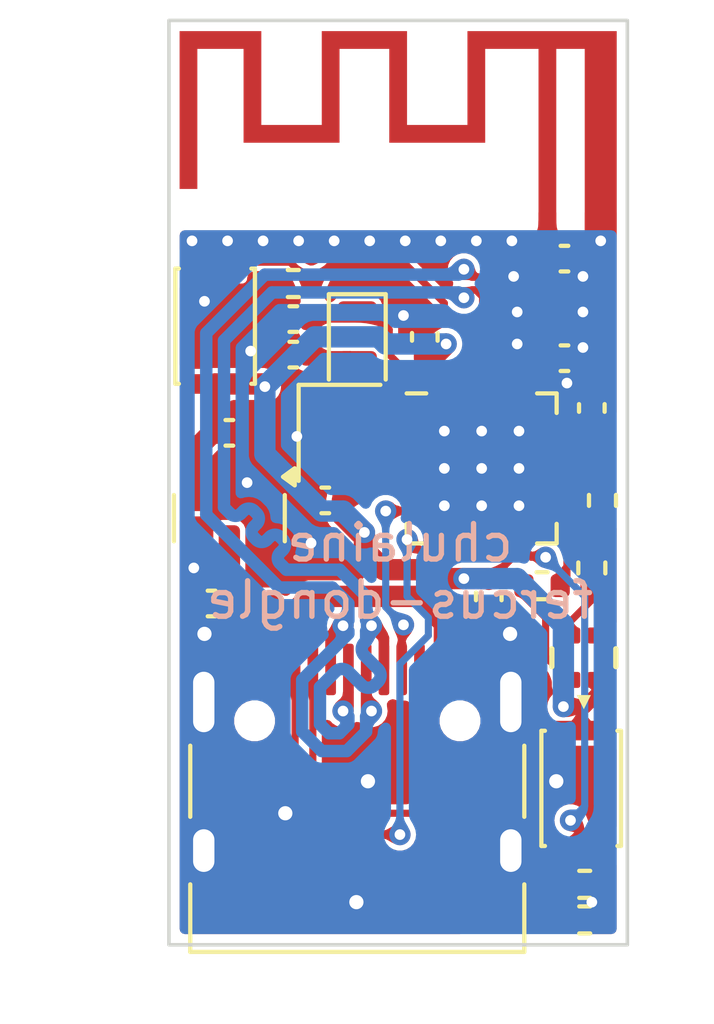
<source format=kicad_pcb>
(kicad_pcb (version 20240108) (generator "pcbnew") (generator_version "8.0")
  (layers (0 "F.Cu" signal) (31 "B.Cu" signal) (34 "B.Paste" user) (35 "F.Paste" user) (36 "B.SilkS" user "B.Silkscreen") (37 "F.SilkS" user "F.Silkscreen") (38 "B.Mask" user) (39 "F.Mask" user) (44 "Edge.Cuts" user))
  (net 0 "")
  (net 1 "ANT")
  (net 2 "OCSIN")
  (net 3 "OCSOUT")
  (net 6 "GND")
  (net 7 "/VINTA")
  (net 8 "BOOT0")
  (net 9 "Net-(AE1-A)")
  (net 10 "OCS32IN")
  (net 15 "+5V")
  (net 16 "+3.3V")
  (net 19 "OCS32OUT")
  (net 20 "usb1_P")
  (net 21 "usb1_N")
  (net 22 "usb2_P")
  (net 23 "usb2_N")
  (net 24 "fn1")
  (net 25 "USART2_TX")
  (net 26 "USART2_RX")
  (net 27 "Net-(J2-CC1)")
  (net 28 "Net-(J2-CC2)")
  (net 29 "LED_R")
  (net 30 "LED_G")
  (net 31 "LED_B")
  (net 32 "Net-(D1-RK)")
  (net 33 "Net-(D1-GK)")
  (net 34 "Net-(D1-BK)")
  (footprint "Resistor_SMD:R_0402_1005Metric" (layer "F.Cu") (at 111.7 74.3 180)
    (property "Reference" "R3" (hide yes))
    (property "Value" "5.1kR")
    (fp_line (start -0.153641 0.38) (end 0.153641 0.38) (stroke (width 0.12)) (layer "F.SilkS"))
    (fp_line (start -0.153641 -0.38) (end 0.153641 -0.38) (stroke (width 0.12)) (layer "F.SilkS"))
    (pad "1" smd roundrect (at -0.51 0 180) (size 0.54 0.64) (layers "F.Cu" "F.Paste" "F.Mask") (net 6 "GND"))
    (pad "2" smd roundrect (at 0.51 0 180) (size 0.54 0.64) (layers "F.Cu" "F.Paste" "F.Mask") (net 28 "Net-(J2-CC2)"))
  )
  (footprint "Button_Switch_SMD:SW_SPST_CK_KXT3" (layer "F.Cu") (at 101.3 58.6 90)
    (property "Reference" "SW1" (hide yes))
    (property "Value" "SW_Push")
    (fp_line (start 1.62 -1.12) (end 1.62 -1.02) (stroke (width 0.12)) (layer "F.SilkS"))
    (fp_line (start -1.62 -1.12) (end 1.62 -1.12) (stroke (width 0.12)) (layer "F.SilkS"))
    (fp_line (start -1.62 -1.12) (end -1.62 -1.02) (stroke (width 0.12)) (layer "F.SilkS"))
    (fp_line (start 1.62 1.02) (end 1.62 1.12) (stroke (width 0.12)) (layer "F.SilkS"))
    (fp_line (start -1.62 1.02) (end -1.62 1.12) (stroke (width 0.12)) (layer "F.SilkS"))
    (fp_line (start -1.62 1.12) (end 1.62 1.12) (stroke (width 0.12)) (layer "F.SilkS"))
    (pad "1" smd rect (at -1.625 0 90) (size 0.55 1.5) (layers "F.Cu" "F.Paste" "F.Mask") (net 16 "+3.3V"))
    (pad "2" smd rect (at 1.625 0 90) (size 0.55 1.5) (layers "F.Cu" "F.Paste" "F.Mask") (net 8 "BOOT0"))
  )
  (footprint "chulaine:KTR-B1615RGBC+" (layer "F.Cu") (at 111.675 67.925 -90)
    (property "Reference" "D1" (hide yes))
    (property "Value" "LED_RGAB")
    (fp_line (start 0.25 0.9) (end -0.25 0.9) (stroke (width 0.15)) (layer "F.SilkS"))
    (fp_line (start 0.25 -0.9) (end -0.25 -0.9) (stroke (width 0.15)) (layer "F.SilkS"))
    (fp_poly (pts (xy 1.45 0) (xy 1.05 -0.2) (xy 1.05 0.2)) (fill solid) (layer "F.SilkS"))
    (pad "1" smd roundrect (at 0.625 0.425 90) (size 0.45 0.65) (layers "F.Cu" "F.Paste" "F.Mask") (roundrect_rratio 0.15) (net 32 "Net-(D1-RK)"))
    (pad "2" smd roundrect (at -0.625 0.425 90) (size 0.45 0.65) (layers "F.Cu" "F.Paste" "F.Mask") (roundrect_rratio 0.15) (net 33 "Net-(D1-GK)"))
    (pad "3" smd roundrect (at 0.625 -0.425 90) (size 0.45 0.65) (layers "F.Cu" "F.Paste" "F.Mask") (roundrect_rratio 0.15) (net 16 "+3.3V"))
    (pad "4" smd roundrect (at -0.625 -0.425 90) (size 0.45 0.65) (layers "F.Cu" "F.Paste" "F.Mask") (roundrect_rratio 0.15) (net 34 "Net-(D1-BK)"))
  )
  (footprint "Capacitor_SMD:C_0402_1005Metric" (layer "F.Cu") (at 101.2 66.4 180)
    (property "Reference" "C9" (hide yes))
    (property "Value" "1uF")
    (fp_line (start -0.107836 0.36) (end 0.107836 0.36) (stroke (width 0.12)) (layer "F.SilkS"))
    (fp_line (start -0.107836 -0.36) (end 0.107836 -0.36) (stroke (width 0.12)) (layer "F.SilkS"))
    (pad "1" smd roundrect (at -0.48 0 180) (size 0.56 0.62) (layers "F.Cu" "F.Paste" "F.Mask") (net 15 "+5V"))
    (pad "2" smd roundrect (at 0.48 0 180) (size 0.56 0.62) (layers "F.Cu" "F.Paste" "F.Mask") (net 6 "GND"))
  )
  (footprint "chulaine:Crystal_SMD_2012-2Pin_2.0x1.2mm" (layer "F.Cu") (at 105.3 58.9 -90)
    (property "Reference" "Y2" (hide yes))
    (property "Value" "32.768kHz")
    (fp_line (start -1.2 0.8) (end 1.2 0.8) (stroke (width 0.12)) (layer "F.SilkS"))
    (fp_line (start -1.2 -0.8) (end -1.2 0.8) (stroke (width 0.12)) (layer "F.SilkS"))
    (fp_line (start 1.2 -0.8) (end -1.2 -0.8) (stroke (width 0.12)) (layer "F.SilkS"))
    (pad "1" smd roundrect (at -0.7 0 270) (size 0.6 1.1) (layers "F.Cu" "F.Paste" "F.Mask") (net 10 "OCS32IN"))
    (pad "2" smd roundrect (at 0.7 0 270) (size 0.6 1.1) (layers "F.Cu" "F.Paste" "F.Mask") (net 19 "OCS32OUT"))
  )
  (footprint "Capacitor_SMD:C_0402_1005Metric" (layer "F.Cu") (at 101.7 61.6)
    (property "Reference" "C10" (hide yes))
    (property "Value" "1uF")
    (fp_line (start -0.107836 -0.36) (end 0.107836 -0.36) (stroke (width 0.12)) (layer "F.SilkS"))
    (fp_line (start -0.107836 0.36) (end 0.107836 0.36) (stroke (width 0.12)) (layer "F.SilkS"))
    (pad "1" smd roundrect (at -0.48 0) (size 0.56 0.62) (layers "F.Cu" "F.Paste" "F.Mask") (net 16 "+3.3V"))
    (pad "2" smd roundrect (at 0.48 0) (size 0.56 0.62) (layers "F.Cu" "F.Paste" "F.Mask") (net 6 "GND"))
  )
  (footprint "Resistor_SMD:R_0402_1005Metric" (layer "F.Cu") (at 103.5 57.4 180)
    (property "Reference" "R1" (hide yes))
    (property "Value" "10kR")
    (fp_line (start -0.153641 0.38) (end 0.153641 0.38) (stroke (width 0.12)) (layer "F.SilkS"))
    (fp_line (start -0.153641 -0.38) (end 0.153641 -0.38) (stroke (width 0.12)) (layer "F.SilkS"))
    (pad "1" smd roundrect (at -0.51 0 180) (size 0.54 0.64) (layers "F.Cu" "F.Paste" "F.Mask") (net 8 "BOOT0"))
    (pad "2" smd roundrect (at 0.51 0 180) (size 0.54 0.64) (layers "F.Cu" "F.Paste" "F.Mask") (net 6 "GND"))
  )
  (footprint "wch-ant:WCH_MIFA-1_2.4GHz_1.6mm_FR4_Left_Mask" (layer "F.Cu") (at 110.65 55.9)
    (property "Reference" "AE1" (hide yes))
    (property "Value" "Antenna_Shield")
    (fp_poly (pts (xy -8.05 -2.96) (xy -6.35 -2.96) (xy -6.35 -5.6) (xy -3.95 -5.6) (xy -3.95 -2.96) (xy -2.25 -2.96) (xy -2.25 -5.6) (xy 1.95 -5.6) (xy 1.95 0) (xy 1.05 0) (xy 1.05 -5.1) (xy 0.25 -5.1) (xy 0.25 0) (xy -0.25 0) (xy -0.25 -5.1) (xy -1.75 -5.1) (xy -1.75 -2.46) (xy -4.45 -2.46) (xy -4.45 -5.1) (xy -5.85 -5.1) (xy -5.85 -2.46) (xy -8.55 -2.46) (xy -8.55 -5.1) (xy -9.85 -5.1) (xy -9.85 -1.16) (xy -10.35 -1.16) (xy -10.35 -5.6) (xy -8.05 -5.6)) (fill solid) (layer "F.Cu"))
    (pad "1" smd rect (at 0 -0.25) (size 0.5 0.5) (layers "F.Cu") (net 9 "Net-(AE1-A)"))
    (pad "2" smd rect (at 1.5 -0.25) (size 0.9 0.5) (layers "F.Cu") (net 6 "GND"))
  )
  (footprint "Package_TO_SOT_SMD:SOT-23" (layer "F.Cu") (at 101.7 64 -90)
    (property "Reference" "U2" (hide yes))
    (property "Value" "XC6206P332MR")
    (fp_line (start 0 1.56) (end -0.65 1.56) (stroke (width 0.12)) (layer "F.SilkS"))
    (fp_line (start 0 1.56) (end 0.65 1.56) (stroke (width 0.12)) (layer "F.SilkS"))
    (fp_line (start 0 -1.56) (end -0.65 -1.56) (stroke (width 0.12)) (layer "F.SilkS"))
    (fp_line (start 0 -1.56) (end 0.65 -1.56) (stroke (width 0.12)) (layer "F.SilkS"))
    (fp_poly (pts (xy -1.1625 -1.51) (xy -1.4025 -1.84) (xy -0.9225 -1.84) (xy -1.1625 -1.51)) (stroke (width 0.12)) (fill solid) (layer "F.SilkS"))
    (pad "1" smd roundrect (at -0.9375 -0.95 270) (size 1.475 0.6) (layers "F.Cu" "F.Paste" "F.Mask") (net 6 "GND"))
    (pad "2" smd roundrect (at -0.9375 0.95 270) (size 1.475 0.6) (layers "F.Cu" "F.Paste" "F.Mask") (net 16 "+3.3V"))
    (pad "3" smd roundrect (at 0.9375 0 270) (size 1.475 0.6) (layers "F.Cu" "F.Paste" "F.Mask") (net 15 "+5V"))
  )
  (footprint "Resistor_SMD:R_0402_1005Metric" (layer "F.Cu") (at 111.9 65.4 90)
    (property "Reference" "R5" (hide yes))
    (property "Value" "1kR")
    (fp_line (start -0.153641 -0.38) (end 0.153641 -0.38) (stroke (width 0.12)) (layer "F.SilkS"))
    (fp_line (start -0.153641 0.38) (end 0.153641 0.38) (stroke (width 0.12)) (layer "F.SilkS"))
    (pad "1" smd roundrect (at -0.51 0 90) (size 0.54 0.64) (layers "F.Cu" "F.Paste" "F.Mask") (net 33 "Net-(D1-GK)"))
    (pad "2" smd roundrect (at 0.51 0 90) (size 0.54 0.64) (layers "F.Cu" "F.Paste" "F.Mask") (net 30 "LED_G"))
  )
  (footprint "Capacitor_SMD:C_0402_1005Metric" (layer "F.Cu") (at 103.5 59.4 180)
    (property "Reference" "C6" (hide yes))
    (property "Value" "12pF")
    (fp_line (start -0.107836 0.36) (end 0.107836 0.36) (stroke (width 0.12)) (layer "F.SilkS"))
    (fp_line (start -0.107836 -0.36) (end 0.107836 -0.36) (stroke (width 0.12)) (layer "F.SilkS"))
    (pad "1" smd roundrect (at -0.48 0 180) (size 0.56 0.62) (layers "F.Cu" "F.Paste" "F.Mask") (net 19 "OCS32OUT"))
    (pad "2" smd roundrect (at 0.48 0 180) (size 0.56 0.62) (layers "F.Cu" "F.Paste" "F.Mask") (net 6 "GND"))
  )
  (footprint "Capacitor_SMD:C_0402_1005Metric" (layer "F.Cu") (at 104.4 63.5 180)
    (property "Reference" "C1" (hide yes))
    (property "Value" "100nF")
    (fp_line (start -0.107836 0.36) (end 0.107836 0.36) (stroke (width 0.12)) (layer "F.SilkS"))
    (fp_line (start -0.107836 -0.36) (end 0.107836 -0.36) (stroke (width 0.12)) (layer "F.SilkS"))
    (pad "1" smd roundrect (at -0.48 0 180) (size 0.56 0.62) (layers "F.Cu" "F.Paste" "F.Mask") (net 16 "+3.3V"))
    (pad "2" smd roundrect (at 0.48 0 180) (size 0.56 0.62) (layers "F.Cu" "F.Paste" "F.Mask") (net 6 "GND"))
  )
  (footprint "Capacitor_SMD:C_0402_1005Metric" (layer "F.Cu") (at 111.13 56.7)
    (property "Reference" "C8" (hide yes))
    (property "Value" "1.8pF")
    (fp_line (start -0.107836 -0.36) (end 0.107836 -0.36) (stroke (width 0.12)) (layer "F.SilkS"))
    (fp_line (start -0.107836 0.36) (end 0.107836 0.36) (stroke (width 0.12)) (layer "F.SilkS"))
    (pad "1" smd roundrect (at -0.48 0) (size 0.56 0.62) (layers "F.Cu" "F.Paste" "F.Mask") (net 9 "Net-(AE1-A)"))
    (pad "2" smd roundrect (at 0.48 0) (size 0.56 0.62) (layers "F.Cu" "F.Paste" "F.Mask") (net 6 "GND"))
  )
  (footprint "Capacitor_SMD:C_0402_1005Metric" (layer "F.Cu") (at 109 66.2 -90)
    (property "Reference" "C2" (hide yes))
    (property "Value" "100nF")
    (fp_line (start -0.107836 0.36) (end 0.107836 0.36) (stroke (width 0.12)) (layer "F.SilkS"))
    (fp_line (start -0.107836 -0.36) (end 0.107836 -0.36) (stroke (width 0.12)) (layer "F.SilkS"))
    (pad "1" smd roundrect (at -0.48 0 270) (size 0.56 0.62) (layers "F.Cu" "F.Paste" "F.Mask") (net 16 "+3.3V"))
    (pad "2" smd roundrect (at 0.48 0 270) (size 0.56 0.62) (layers "F.Cu" "F.Paste" "F.Mask") (net 6 "GND"))
  )
  (footprint "Inductor_SMD:L_0402_1005Metric" (layer "F.Cu") (at 110.65 58.1 90)
    (property "Reference" "L1" (hide yes))
    (property "Value" "1.8nH")
    (pad "1" smd roundrect (at -0.485 0 90) (size 0.59 0.64) (layers "F.Cu" "F.Paste" "F.Mask") (net 1 "ANT"))
    (pad "2" smd roundrect (at 0.485 0 90) (size 0.59 0.64) (layers "F.Cu" "F.Paste" "F.Mask") (net 9 "Net-(AE1-A)"))
  )
  (footprint "Capacitor_SMD:C_0402_1005Metric" (layer "F.Cu") (at 107.2 58.9 90)
    (property "Reference" "C3" (hide yes))
    (property "Value" "100nF")
    (fp_line (start -0.107836 -0.36) (end 0.107836 -0.36) (stroke (width 0.12)) (layer "F.SilkS"))
    (fp_line (start -0.107836 0.36) (end 0.107836 0.36) (stroke (width 0.12)) (layer "F.SilkS"))
    (pad "1" smd roundrect (at -0.48 0 90) (size 0.56 0.62) (layers "F.Cu" "F.Paste" "F.Mask") (net 16 "+3.3V"))
    (pad "2" smd roundrect (at 0.48 0 90) (size 0.56 0.62) (layers "F.Cu" "F.Paste" "F.Mask") (net 6 "GND"))
  )
  (footprint "Capacitor_SMD:C_0402_1005Metric" (layer "F.Cu") (at 111.13 59.5)
    (property "Reference" "C7" (hide yes))
    (property "Value" "1.8pF")
    (fp_line (start -0.107836 -0.36) (end 0.107836 -0.36) (stroke (width 0.12)) (layer "F.SilkS"))
    (fp_line (start -0.107836 0.36) (end 0.107836 0.36) (stroke (width 0.12)) (layer "F.SilkS"))
    (pad "1" smd roundrect (at -0.48 0) (size 0.56 0.62) (layers "F.Cu" "F.Paste" "F.Mask") (net 1 "ANT"))
    (pad "2" smd roundrect (at 0.48 0) (size 0.56 0.62) (layers "F.Cu" "F.Paste" "F.Mask") (net 6 "GND"))
  )
  (footprint "Resistor_SMD:R_0402_1005Metric" (layer "F.Cu") (at 112.2 63.5 90)
    (property "Reference" "R6" (hide yes))
    (property "Value" "1kR")
    (fp_line (start -0.153641 -0.38) (end 0.153641 -0.38) (stroke (width 0.12)) (layer "F.SilkS"))
    (fp_line (start -0.153641 0.38) (end 0.153641 0.38) (stroke (width 0.12)) (layer "F.SilkS"))
    (pad "1" smd roundrect (at -0.51 0 90) (size 0.54 0.64) (layers "F.Cu" "F.Paste" "F.Mask") (net 34 "Net-(D1-BK)"))
    (pad "2" smd roundrect (at 0.51 0 90) (size 0.54 0.64) (layers "F.Cu" "F.Paste" "F.Mask") (net 31 "LED_B"))
  )
  (footprint "Button_Switch_SMD:SW_SPST_CK_KXT3" (layer "F.Cu") (at 111.6 71.6 -90)
    (property "Reference" "SW2" (hide yes))
    (property "Value" "SW_Push")
    (fp_line (start -1.62 1.12) (end 1.62 1.12) (stroke (width 0.12)) (layer "F.SilkS"))
    (fp_line (start -1.62 1.02) (end -1.62 1.12) (stroke (width 0.12)) (layer "F.SilkS"))
    (fp_line (start 1.62 1.02) (end 1.62 1.12) (stroke (width 0.12)) (layer "F.SilkS"))
    (fp_line (start -1.62 -1.12) (end -1.62 -1.02) (stroke (width 0.12)) (layer "F.SilkS"))
    (fp_line (start -1.62 -1.12) (end 1.62 -1.12) (stroke (width 0.12)) (layer "F.SilkS"))
    (fp_line (start 1.62 -1.12) (end 1.62 -1.02) (stroke (width 0.12)) (layer "F.SilkS"))
    (pad "1" smd rect (at -1.625 0 270) (size 0.55 1.5) (layers "F.Cu" "F.Paste" "F.Mask") (net 16 "+3.3V"))
    (pad "2" smd rect (at 1.625 0 270) (size 0.55 1.5) (layers "F.Cu" "F.Paste" "F.Mask") (net 24 "fn1"))
  )
  (footprint "chulaine:QFN-28-1EP_4x4mm_P0.4mm_EP2.6x2.6mm_ThermalVias_Drill0.3mm" (layer "F.Cu") (at 108.8 62.6)
    (property "Reference" "U1" (hide yes))
    (property "Value" "CH32V208GBU6")
    (fp_line (start -2.11 2.11) (end -2.11 1.56) (stroke (width 0.12)) (layer "F.SilkS"))
    (fp_line (start -1.56 -2.11) (end -2.11 -2.11) (stroke (width 0.12)) (layer "F.SilkS"))
    (fp_line (start -1.56 2.11) (end -2.11 2.11) (stroke (width 0.12)) (layer "F.SilkS"))
    (fp_line (start 1.56 -2.11) (end 2.11 -2.11) (stroke (width 0.12)) (layer "F.SilkS"))
    (fp_line (start 1.56 2.11) (end 2.11 2.11) (stroke (width 0.12)) (layer "F.SilkS"))
    (fp_line (start 2.11 -2.11) (end 2.11 -1.56) (stroke (width 0.12)) (layer "F.SilkS"))
    (fp_line (start 2.11 2.11) (end 2.11 1.56) (stroke (width 0.12)) (layer "F.SilkS"))
    (pad "1" smd roundrect (at -1.9375 -1.2) (size 0.875 0.2) (layers "F.Cu" "F.Paste" "F.Mask") (net 19 "OCS32OUT"))
    (pad "2" smd roundrect (at -1.9375 -0.8) (size 0.875 0.2) (layers "F.Cu" "F.Paste" "F.Mask") (net 2 "OCSIN"))
    (pad "3" smd roundrect (at -1.9375 -0.4) (size 0.875 0.2) (layers "F.Cu" "F.Paste" "F.Mask") (net 3 "OCSOUT"))
    (pad "4" smd roundrect (at -1.9375 0) (size 0.875 0.2) (layers "F.Cu" "F.Paste" "F.Mask") (net 16 "+3.3V"))
    (pad "5" smd roundrect (at -1.9375 0.4) (size 0.875 0.2) (layers "F.Cu" "F.Paste" "F.Mask"))
    (pad "6" smd roundrect (at -1.9375 0.8) (size 0.875 0.2) (layers "F.Cu" "F.Paste" "F.Mask"))
    (pad "7" smd roundrect (at -1.9375 1.2) (size 0.875 0.2) (layers "F.Cu" "F.Paste" "F.Mask") (net 25 "USART2_TX"))
    (pad "8" smd roundrect (at -1.2 1.9375) (size 0.2 0.875) (layers "F.Cu" "F.Paste" "F.Mask") (net 26 "USART2_RX"))
    (pad "9" smd roundrect (at -0.8 1.9375) (size 0.2 0.875) (layers "F.Cu" "F.Paste" "F.Mask"))
    (pad "10" smd roundrect (at -0.4 1.9375) (size 0.2 0.875) (layers "F.Cu" "F.Paste" "F.Mask"))
    (pad "11" smd roundrect (at 0 1.9375) (size 0.2 0.875) (layers "F.Cu" "F.Paste" "F.Mask"))
    (pad "12" smd roundrect (at 0.4 1.9375) (size 0.2 0.875) (layers "F.Cu" "F.Paste" "F.Mask"))
    (pad "13" smd roundrect (at 0.8 1.9375) (size 0.2 0.875) (layers "F.Cu" "F.Paste" "F.Mask") (net 16 "+3.3V"))
    (pad "14" smd roundrect (at 1.2 1.9375) (size 0.2 0.875) (layers "F.Cu" "F.Paste" "F.Mask") (net 24 "fn1"))
    (pad "15" smd roundrect (at 1.9375 1.2) (size 0.875 0.2) (layers "F.Cu" "F.Paste" "F.Mask") (net 29 "LED_R"))
    (pad "16" smd roundrect (at 1.9375 0.8) (size 0.875 0.2) (layers "F.Cu" "F.Paste" "F.Mask") (net 30 "LED_G"))
    (pad "17" smd roundrect (at 1.9375 0.4) (size 0.875 0.2) (layers "F.Cu" "F.Paste" "F.Mask") (net 31 "LED_B"))
    (pad "18" smd roundrect (at 1.9375 0) (size 0.875 0.2) (layers "F.Cu" "F.Paste" "F.Mask") (net 21 "usb1_N"))
    (pad "19" smd roundrect (at 1.9375 -0.4) (size 0.875 0.2) (layers "F.Cu" "F.Paste" "F.Mask") (net 20 "usb1_P"))
    (pad "20" smd roundrect (at 1.9375 -0.8) (size 0.875 0.2) (layers "F.Cu" "F.Paste" "F.Mask"))
    (pad "21" smd roundrect (at 1.9375 -1.2) (size 0.875 0.2) (layers "F.Cu" "F.Paste" "F.Mask") (net 7 "/VINTA"))
    (pad "22" smd roundrect (at 1.2 -1.9375) (size 0.2 0.875) (layers "F.Cu" "F.Paste" "F.Mask") (net 1 "ANT"))
    (pad "23" smd roundrect (at 0.8 -1.9375) (size 0.2 0.875) (layers "F.Cu" "F.Paste" "F.Mask"))
    (pad "24" smd roundrect (at 0.4 -1.9375) (size 0.2 0.875) (layers "F.Cu" "F.Paste" "F.Mask") (net 23 "usb2_N"))
    (pad "25" smd roundrect (at 0 -1.9375) (size 0.2 0.875) (layers "F.Cu" "F.Paste" "F.Mask") (net 22 "usb2_P"))
    (pad "26" smd roundrect (at -0.4 -1.9375) (size 0.2 0.875) (layers "F.Cu" "F.Paste" "F.Mask") (net 8 "BOOT0"))
    (pad "27" smd roundrect (at -0.8 -1.9375) (size 0.2 0.875) (layers "F.Cu" "F.Paste" "F.Mask") (net 16 "+3.3V"))
    (pad "28" smd roundrect (at -1.2 -1.9375) (size 0.2 0.875) (layers "F.Cu" "F.Paste" "F.Mask") (net 10 "OCS32IN"))
    (pad "29" thru_hole circle (at -1.05 -1.05) (size 0.5 0.5) (drill 0.3) (layers "*.Cu") (net 6 "GND"))
    (pad "29" thru_hole circle (at -1.05 0) (size 0.5 0.5) (drill 0.3) (layers "*.Cu") (net 6 "GND"))
    (pad "29" thru_hole circle (at -1.05 1.05) (size 0.5 0.5) (drill 0.3) (layers "*.Cu") (net 6 "GND"))
    (pad "29" thru_hole circle (at 0 -1.05) (size 0.5 0.5) (drill 0.3) (layers "*.Cu") (net 6 "GND"))
    (pad "29" thru_hole circle (at 0 0) (size 0.5 0.5) (drill 0.3) (layers "*.Cu") (net 6 "GND"))
    (pad "29" smd roundrect (at 0 0) (size 2.6 2.6) (layers "F.Cu" "F.Mask") (roundrect_rratio 0.05769230769) (net 6 "GND"))
    (pad "29" smd roundrect (at 0 0) (size 2.6 2.6) (layers "B.Cu") (roundrect_rratio 0.05769230769) (net 6 "GND"))
    (pad "29" thru_hole circle (at 0 1.05) (size 0.5 0.5) (drill 0.3) (layers "*.Cu") (net 6 "GND"))
    (pad "29" thru_hole circle (at 1.05 -1.05) (size 0.5 0.5) (drill 0.3) (layers "*.Cu") (net 6 "GND"))
    (pad "29" thru_hole circle (at 1.05 0) (size 0.5 0.5) (drill 0.3) (layers "*.Cu") (net 6 "GND"))
    (pad "29" thru_hole circle (at 1.05 1.05) (size 0.5 0.5) (drill 0.3) (layers "*.Cu") (net 6 "GND"))
  )
  (footprint "Resistor_SMD:R_0402_1005Metric" (layer "F.Cu") (at 111.7 75.3 180)
    (property "Reference" "R2" (hide yes))
    (property "Value" "5.1kR")
    (fp_line (start -0.153641 0.38) (end 0.153641 0.38) (stroke (width 0.12)) (layer "F.SilkS"))
    (fp_line (start -0.153641 -0.38) (end 0.153641 -0.38) (stroke (width 0.12)) (layer "F.SilkS"))
    (pad "1" smd roundrect (at -0.51 0 180) (size 0.54 0.64) (layers "F.Cu" "F.Paste" "F.Mask") (net 6 "GND"))
    (pad "2" smd roundrect (at 0.51 0 180) (size 0.54 0.64) (layers "F.Cu" "F.Paste" "F.Mask") (net 27 "Net-(J2-CC1)"))
  )
  (footprint "Resistor_SMD:R_0402_1005Metric" (layer "F.Cu") (at 110.5 65.9)
    (property "Reference" "R4" (hide yes))
    (property "Value" "1kR")
    (fp_line (start -0.153641 -0.38) (end 0.153641 -0.38) (stroke (width 0.12)) (layer "F.SilkS"))
    (fp_line (start -0.153641 0.38) (end 0.153641 0.38) (stroke (width 0.12)) (layer "F.SilkS"))
    (pad "1" smd roundrect (at -0.51 0) (size 0.54 0.64) (layers "F.Cu" "F.Paste" "F.Mask") (net 32 "Net-(D1-RK)"))
    (pad "2" smd roundrect (at 0.51 0) (size 0.54 0.64) (layers "F.Cu" "F.Paste" "F.Mask") (net 29 "LED_R"))
  )
  (footprint "chulaine:Crystal_SMD_2016-4Pin_2.0x1.6mm" (layer "F.Cu") (at 104.8 61.6 -90)
    (property "Reference" "Y1" (hide yes))
    (property "Value" "32MHz")
    (fp_line (start -1.35 1.15) (end 1.35 1.15) (stroke (width 0.12)) (layer "F.SilkS"))
    (fp_line (start -1.35 -1.15) (end -1.35 1.15) (stroke (width 0.12)) (layer "F.SilkS"))
    (pad "1" smd roundrect (at -0.7 0.55 270) (size 0.9 0.8) (layers "F.Cu" "F.Paste" "F.Mask") (net 2 "OCSIN"))
    (pad "2" smd roundrect (at 0.7 0.55 270) (size 0.9 0.8) (layers "F.Cu" "F.Paste" "F.Mask") (net 6 "GND"))
    (pad "3" smd roundrect (at 0.7 -0.55 270) (size 0.9 0.8) (layers "F.Cu" "F.Paste" "F.Mask") (net 3 "OCSOUT"))
    (pad "4" smd roundrect (at -0.7 -0.55 270) (size 0.9 0.8) (layers "F.Cu" "F.Paste" "F.Mask") (net 6 "GND"))
  )
  (footprint "Capacitor_SMD:C_0402_1005Metric" (layer "F.Cu") (at 111.9 60.9 90)
    (property "Reference" "C4" (hide yes))
    (property "Value" "1uF")
    (fp_line (start -0.107836 -0.36) (end 0.107836 -0.36) (stroke (width 0.12)) (layer "F.SilkS"))
    (fp_line (start -0.107836 0.36) (end 0.107836 0.36) (stroke (width 0.12)) (layer "F.SilkS"))
    (pad "1" smd roundrect (at -0.48 0 90) (size 0.56 0.62) (layers "F.Cu" "F.Paste" "F.Mask") (net 7 "/VINTA"))
    (pad "2" smd roundrect (at 0.48 0 90) (size 0.56 0.62) (layers "F.Cu" "F.Paste" "F.Mask") (net 6 "GND"))
  )
  (footprint "chulaine:USB_C_Receptacle_HRO_TYPE-C-31-M-12" (layer "F.Cu") (at 105.3 72.3)
    (property "Reference" "J2" (hide yes))
    (property "Value" "USB_C_Receptacle_USB2.0")
    (fp_line (start -4.7 -1.9) (end -4.7 0.1) (stroke (width 0.12)) (layer "F.SilkS"))
    (fp_line (start -4.7 2) (end -4.7 3.9) (stroke (width 0.12)) (layer "F.SilkS"))
    (fp_line (start -4.7 3.9) (end 4.7 3.9) (stroke (width 0.12)) (layer "F.SilkS"))
    (fp_line (start 4.7 -1.9) (end 4.7 0.1) (stroke (width 0.12)) (layer "F.SilkS"))
    (fp_line (start 4.7 2) (end 4.7 3.9) (stroke (width 0.12)) (layer "F.SilkS"))
    (pad "" np_thru_hole circle (at -2.89 -2.6) (size 0.65 0.65) (drill 0.65) (layers "*.Cu" "*.Mask"))
    (pad "" np_thru_hole circle (at 2.89 -2.6) (size 0.65 0.65) (drill 0.65) (layers "*.Cu" "*.Mask"))
    (pad "A1" smd roundrect (at -3.25 -4.045) (size 0.6 1.45) (layers "F.Cu" "F.Paste" "F.Mask") (net 6 "GND"))
    (pad "A4" smd roundrect (at -2.45 -4.045) (size 0.6 1.45) (layers "F.Cu" "F.Paste" "F.Mask") (net 15 "+5V"))
    (pad "A5" smd roundrect (at -1.25 -4.045) (size 0.3 1.45) (layers "F.Cu" "F.Paste" "F.Mask") (net 27 "Net-(J2-CC1)"))
    (pad "A6" smd roundrect (at -0.25 -4.045) (size 0.3 1.45) (layers "F.Cu" "F.Paste" "F.Mask") (net 22 "usb2_P"))
    (pad "A7" smd roundrect (at 0.25 -4.045) (size 0.3 1.45) (layers "F.Cu" "F.Paste" "F.Mask") (net 23 "usb2_N"))
    (pad "A8" smd roundrect (at 1.25 -4.045) (size 0.3 1.45) (layers "F.Cu" "F.Paste" "F.Mask") (net 25 "USART2_TX"))
    (pad "A9" smd roundrect (at 2.45 -4.045) (size 0.6 1.45) (layers "F.Cu" "F.Paste" "F.Mask") (net 15 "+5V"))
    (pad "A12" smd roundrect (at 3.25 -4.045) (size 0.6 1.45) (layers "F.Cu" "F.Paste" "F.Mask") (net 6 "GND"))
    (pad "B1" smd roundrect (at 3.25 -4.045) (size 0.6 1.45) (layers "F.Cu" "F.Paste" "F.Mask") (net 6 "GND"))
    (pad "B4" smd roundrect (at 2.45 -4.045) (size 0.6 1.45) (layers "F.Cu" "F.Paste" "F.Mask") (net 15 "+5V"))
    (pad "B5" smd roundrect (at 1.75 -4.045) (size 0.3 1.45) (layers "F.Cu" "F.Paste" "F.Mask") (net 28 "Net-(J2-CC2)"))
    (pad "B6" smd roundrect (at 0.75 -4.045) (size 0.3 1.45) (layers "F.Cu" "F.Paste" "F.Mask") (net 22 "usb2_P"))
    (pad "B7" smd roundrect (at -0.75 -4.045) (size 0.3 1.45) (layers "F.Cu" "F.Paste" "F.Mask") (net 23 "usb2_N"))
    (pad "B8" smd roundrect (at -1.75 -4.045) (size 0.3 1.45) (layers "F.Cu" "F.Paste" "F.Mask") (net 26 "USART2_RX"))
    (pad "B9" smd roundrect (at -2.45 -4.045) (size 0.6 1.45) (layers "F.Cu" "F.Paste" "F.Mask") (net 15 "+5V"))
    (pad "B12" smd roundrect (at -3.25 -4.045) (size 0.6 1.45) (layers "F.Cu" "F.Paste" "F.Mask") (net 6 "GND"))
    (pad "S1" thru_hole oval (at -4.32 -3.13) (size 1 2.1) (drill oval 0.6 1.7) (layers "*.Cu" "*.Mask") (net 6 "GND"))
    (pad "S1" thru_hole oval (at -4.32 1.05) (size 1 1.6) (drill oval 0.6 1.2) (layers "*.Cu" "*.Mask") (net 6 "GND"))
    (pad "S1" thru_hole oval (at 4.32 -3.13) (size 1 2.1) (drill oval 0.6 1.7) (layers "*.Cu" "*.Mask") (net 6 "GND"))
    (pad "S1" thru_hole oval (at 4.32 1.05) (size 1 1.6) (drill oval 0.6 1.2) (layers "*.Cu" "*.Mask") (net 6 "GND"))
  )
  (footprint "Capacitor_SMD:C_0402_1005Metric" (layer "F.Cu") (at 103.5 58.4 180)
    (property "Reference" "C5" (hide yes))
    (property "Value" "12pF")
    (fp_line (start -0.107836 0.36) (end 0.107836 0.36) (stroke (width 0.12)) (layer "F.SilkS"))
    (fp_line (start -0.107836 -0.36) (end 0.107836 -0.36) (stroke (width 0.12)) (layer "F.SilkS"))
    (pad "1" smd roundrect (at -0.48 0 180) (size 0.56 0.62) (layers "F.Cu" "F.Paste" "F.Mask") (net 10 "OCS32IN"))
    (pad "2" smd roundrect (at 0.48 0 180) (size 0.56 0.62) (layers "F.Cu" "F.Paste" "F.Mask") (net 6 "GND"))
  )
  (gr_poly (pts (xy 110.375707 59.774293) (xy 110.518506 60.121455) (xy 110.39 60.23) (xy 110.3 60.33) (xy 110.22 60.42) (xy 110.16 60.51) (xy 110.1 60.62) (xy 109.9 60.2) (xy 109.9 60.01) (xy 109.92 59.91) (xy 109.95 59.83) (xy 109.98 59.74) (xy 110.028545 59.631494)) (fill solid) (layer "F.Cu") (net 1))
  (gr_poly (pts (xy 110.913 55.812915) (xy 110.944 55.926457) (xy 110.981 56.023542) (xy 111.012 56.137084) (xy 111.025 56.3) (xy 110.65 56.301) (xy 110.275 56.3) (xy 110.288 56.137084) (xy 110.319 56.023542) (xy 110.356 55.926457) (xy 110.387 55.812915) (xy 110.4 55.65) (xy 110.9 55.65)) (fill solid) (layer "F.Cu") (net 9))
  (gr_rect (start 100 50) (end 112.9 76) (stroke (width 0.1)) (fill none) (layer "Edge.Cuts"))
  (gr_text "chulaine\nfercus-dongle" (at 106.5 65.5 0) (layer "B.SilkS") (effects (font (size 1 1)) (justify mirror)))
  (segment (start 110 60.6625) (end 110 60.15) (width 0.2) (layer "F.Cu") (net 1))
  (segment (start 110 60.15) (end 110.375 59.775) (width 0.2) (layer "F.Cu") (net 1))
  (segment (start 110.65 58.585) (end 110.65 59.5) (width 0.75) (layer "F.Cu") (net 1))
  (segment (start 110.65 59.5) (end 110.375 59.775) (width 0.75) (layer "F.Cu") (net 1))
  (segment (start 104.95 61.6) (end 104.25 60.9) (width 0.2) (layer "F.Cu") (net 2))
  (segment (start 106 61.6) (end 104.95 61.6) (width 0.2) (layer "F.Cu") (net 2))
  (segment (start 106.8625 61.8) (end 106.2 61.8) (width 0.2) (layer "F.Cu") (net 2))
  (segment (start 106.2 61.8) (end 106 61.6) (width 0.2) (layer "F.Cu") (net 2))
  (segment (start 105.45 62.2) (end 105.35 62.3) (width 0.2) (layer "F.Cu") (net 3))
  (segment (start 106.8625 62.2) (end 105.45 62.2) (width 0.2) (layer "F.Cu") (net 3))
  (segment (start 108.55 67.705) (end 109 67.255) (width 0.6) (layer "F.Cu") (net 6))
  (segment (start 101.6 67.255) (end 102.05 67.705) (width 0.6) (layer "F.Cu") (net 6))
  (segment (start 112.15 55.65) (end 112.15 56.2) (width 0.9) (layer "F.Cu") (net 6))
  (segment (start 109 67.255) (end 109.6 67.255) (width 0.6) (layer "F.Cu") (net 6))
  (segment (start 101 67.255) (end 101.6 67.255) (width 0.6) (layer "F.Cu") (net 6))
  (segment (start 102.05 67.705) (end 102.05 68.255) (width 0.6) (layer "F.Cu") (net 6))
  (segment (start 108.55 68.255) (end 108.55 67.705) (width 0.6) (layer "F.Cu") (net 6))
  (segment (start 102.65 62.07) (end 102.65 63.0625) (width 0.6) (layer "F.Cu") (net 6))
  (segment (start 102.18 61.6) (end 102.65 62.07) (width 0.6) (layer "F.Cu") (net 6))
  (via (at 110.9 71.4) (size 0.8) (drill 0.4) (layers "F.Cu" "B.Cu") (net 6))
  (via (at 102.3 59.3) (size 0.6) (drill 0.3) (layers "F.Cu" "B.Cu") (net 6))
  (via (at 109.6 67.255) (size 0.8) (drill 0.4) (layers "F.Cu" "B.Cu") (net 6))
  (via (at 111.65 58.2) (size 0.6) (drill 0.3) (layers "F.Cu" "B.Cu") (net 6))
  (via (at 104 64.7) (size 0.6) (drill 0.3) (layers "F.Cu" "B.Cu") (net 6))
  (via (at 111.65 59.2) (size 0.6) (drill 0.3) (layers "F.Cu" "B.Cu") (net 6))
  (via (at 103.6 61.7) (size 0.6) (drill 0.3) (layers "F.Cu" "B.Cu") (net 6))
  (via (at 100.7 65.4) (size 0.6) (drill 0.3) (layers "F.Cu" "B.Cu") (net 6))
  (via (at 109.8 59.1) (size 0.6) (drill 0.3) (layers "F.Cu" "B.Cu") (net 6))
  (via (at 104.65 56.2) (size 0.6) (drill 0.3) (layers "F.Cu" "B.Cu") (net 6))
  (via (at 103.275 72.3) (size 0.8) (drill 0.4) (layers "F.Cu" "B.Cu") (net 6))
  (via (at 111.9 74.8) (size 0.6) (drill 0.3) (layers "F.Cu" "B.Cu") (net 6))
  (via (at 103.65 56.2) (size 0.6) (drill 0.3) (layers "F.Cu" "B.Cu") (net 6))
  (via (at 111.2 60.2) (size 0.6) (drill 0.3) (layers "F.Cu" "B.Cu") (net 6))
  (via (at 101 67.255) (size 0.8) (drill 0.4) (layers "F.Cu" "B.Cu") (net 6))
  (via (at 101.65 56.2) (size 0.6) (drill 0.3) (layers "F.Cu" "B.Cu") (net 6))
  (via (at 106.65 56.2) (size 0.6) (drill 0.3) (layers "F.Cu" "B.Cu") (net 6))
  (via (at 102.65 56.2) (size 0.6) (drill 0.3) (layers "F.Cu" "B.Cu") (net 6))
  (via (at 111.65 57.2) (size 0.6) (drill 0.3) (layers "F.Cu" "B.Cu") (net 6))
  (via (at 100.65 56.2) (size 0.6) (drill 0.3) (layers "F.Cu" "B.Cu") (net 6))
  (via (at 109.65 56.2) (size 0.6) (drill 0.3) (layers "F.Cu" "B.Cu") (net 6))
  (via (at 107.65 56.2) (size 0.6) (drill 0.3) (layers "F.Cu" "B.Cu") (net 6))
  (via (at 105.275 74.8) (size 0.8) (drill 0.4) (layers "F.Cu" "B.Cu") (net 6))
  (via (at 108.65 56.2) (size 0.6) (drill 0.3) (layers "F.Cu" "B.Cu") (net 6))
  (via (at 109.7 57.2) (size 0.6) (drill 0.3) (layers "F.Cu" "B.Cu") (net 6))
  (via (at 105.65 56.2) (size 0.6) (drill 0.3) (layers "F.Cu" "B.Cu") (net 6))
  (via (at 112.15 56.2) (size 0.6) (drill 0.3) (layers "F.Cu" "B.Cu") (net 6))
  (via (at 102.2 63) (size 0.6) (drill 0.3) (layers "F.Cu" "B.Cu") (net 6))
  (via (at 105.6 71.4) (size 0.8) (drill 0.4) (layers "F.Cu" "B.Cu") (net 6))
  (via (at 101 57.9) (size 0.6) (drill 0.3) (layers "F.Cu" "B.Cu") (net 6))
  (via (at 109.8 58.2) (size 0.6) (drill 0.3) (layers "F.Cu" "B.Cu") (net 6))
  (via (at 106.6 58.3) (size 0.6) (drill 0.3) (layers "F.Cu" "B.Cu") (net 6))
  (segment (start 111.88 61.4) (end 111.9 61.38) (width 0.2) (layer "F.Cu") (net 7))
  (segment (start 110.7375 61.4) (end 111.88 61.4) (width 0.2) (layer "F.Cu") (net 7))
  (segment (start 106.7 56.9) (end 104.51 56.9) (width 0.2) (layer "F.Cu") (net 8))
  (segment (start 104.01 57.4) (end 103.41 56.8) (width 0.2) (layer "F.Cu") (net 8))
  (segment (start 103.41 56.8) (end 101.475 56.8) (width 0.2) (layer "F.Cu") (net 8))
  (segment (start 108.4 58.8) (end 107.75 58.15) (width 0.2) (layer "F.Cu") (net 8))
  (segment (start 108.4 60.6625) (end 108.4 58.8) (width 0.2) (layer "F.Cu") (net 8))
  (segment (start 107.75 58.15) (end 107.75 57.95) (width 0.2) (layer "F.Cu") (net 8))
  (segment (start 107.75 57.95) (end 106.7 56.9) (width 0.2) (layer "F.Cu") (net 8))
  (segment (start 104.51 56.9) (end 104.01 57.4) (width 0.2) (layer "F.Cu") (net 8))
  (segment (start 101.475 56.8) (end 101.375 56.9) (width 0.2) (layer "F.Cu") (net 8))
  (segment (start 110.65 56.7) (end 110.65 57.615) (width 0.75) (layer "F.Cu") (net 9))
  (segment (start 110.65 56.3) (end 110.65 56.826) (width 0.75) (layer "F.Cu") (net 9))
  (segment (start 110.65 55.65) (end 110.65 56.2) (width 0.5) (layer "F.Cu") (net 9))
  (segment (start 110.65 56.2) (end 110.65 56.3) (width 0.5) (layer "F.Cu") (net 9))
  (segment (start 105.1 58.4) (end 105.3 58.2) (width 0.2) (layer "F.Cu") (net 10))
  (segment (start 103.98 58.4) (end 105.1 58.4) (width 0.2) (layer "F.Cu") (net 10))
  (segment (start 107 60.2) (end 107.5 60.2) (width 0.2) (layer "F.Cu") (net 10))
  (segment (start 106.2 59.4) (end 107 60.2) (width 0.2) (layer "F.Cu") (net 10))
  (segment (start 107.6 60.3) (end 107.6 60.6625) (width 0.2) (layer "F.Cu") (net 10))
  (segment (start 107.5 60.2) (end 107.6 60.3) (width 0.2) (layer "F.Cu") (net 10))
  (segment (start 105.3 58.2) (end 105.7 58.2) (width 0.2) (layer "F.Cu") (net 10))
  (segment (start 106.2 58.7) (end 106.2 59.4) (width 0.2) (layer "F.Cu") (net 10))
  (segment (start 105.7 58.2) (end 106.2 58.7) (width 0.2) (layer "F.Cu") (net 10))
  (segment (start 102.85 67.325) (end 103.2875 66.8875) (width 0.6) (layer "F.Cu") (net 15))
  (segment (start 103.975 66.2) (end 107 66.2) (width 0.6) (layer "F.Cu") (net 15))
  (segment (start 102.85 68.255) (end 102.85 67.325) (width 0.6) (layer "F.Cu") (net 15))
  (segment (start 101.7 66.38) (end 101.7 64.9375) (width 0.6) (layer "F.Cu") (net 15))
  (segment (start 101.68 66.4) (end 102.8 66.4) (width 0.6) (layer "F.Cu") (net 15))
  (segment (start 102.8 66.4) (end 103.2875 66.8875) (width 0.6) (layer "F.Cu") (net 15))
  (segment (start 107.75 66.95) (end 107.75 68.255) (width 0.6) (layer "F.Cu") (net 15))
  (segment (start 101.68 66.4) (end 101.7 66.38) (width 0.6) (layer "F.Cu") (net 15))
  (segment (start 107 66.2) (end 107.75 66.95) (width 0.6) (layer "F.Cu") (net 15))
  (segment (start 103.2875 66.8875) (end 103.975 66.2) (width 0.6) (layer "F.Cu") (net 15))
  (segment (start 111.1 69.3) (end 111.7 69.3) (width 0.4) (layer "F.Cu") (net 16))
  (segment (start 112.1 68.9) (end 112.1 68.55) (width 0.4) (layer "F.Cu") (net 16))
  (segment (start 109.6 65.18) (end 109.6 64.5375) (width 0.2) (layer "F.Cu") (net 16))
  (segment (start 101.22 60.305) (end 101.3 60.225) (width 0.6) (layer "F.Cu") (net 16))
  (segment (start 101.22 61.6) (end 101.22 60.305) (width 0.6) (layer "F.Cu") (net 16))
  (segment (start 102.625 60.225) (end 101.3 60.225) (width 0.6) (layer "F.Cu") (net 16))
  (segment (start 111.6 69.975) (end 111.6 69.4) (width 0.2) (layer "F.Cu") (net 16))
  (segment (start 105.4 63.5) (end 104.88 63.5) (width 0.2) (layer "F.Cu") (net 16))
  (segment (start 108.98 65.7) (end 109 65.72) (width 0.6) (layer "F.Cu") (net 16))
  (segment (start 108 60) (end 107.38 59.38) (width 0.2) (layer "F.Cu") (net 16))
  (segment (start 100.75 62.07) (end 101.22 61.6) (width 0.6) (layer "F.Cu") (net 16))
  (segment (start 107.52 59.38) (end 107.8 59.1) (width 0.6) (layer "F.Cu") (net 16))
  (segment (start 107.45 65.45) (end 107.7 65.7) (width 0.6) (layer "F.Cu") (net 16))
  (segment (start 111.6 69.4) (end 111.7 69.3) (width 0.2) (layer "F.Cu") (net 16))
  (segment (start 104.88 63.92) (end 104.88 63.5) (width 0.6) (layer "F.Cu") (net 16))
  (segment (start 106.05 65.45) (end 107.45 65.45) (width 0.6) (layer "F.Cu") (net 16))
  (segment (start 107.2 59.38) (end 107.52 59.38) (width 0.6) (layer "F.Cu") (net 16))
  (segment (start 107.38 59.38) (end 107.2 59.38) (width 0.2) (layer "F.Cu") (net 16))
  (segment (start 106.8625 62.6) (end 106.3 62.6) (width 0.2) (layer "F.Cu") (net 16))
  (segment (start 107.7 65.7) (end 108.3 65.7) (width 0.6) (layer "F.Cu") (net 16))
  (segment (start 105.5 64.4) (end 105.5 64.9) (width 0.6) (layer "F.Cu") (net 16))
  (segment (start 105.36 64.4) (end 104.88 63.92) (width 0.6) (layer "F.Cu") (net 16))
  (segment (start 102.7 60.3) (end 102.625 60.225) (width 0.6) (layer "F.Cu") (net 16))
  (segment (start 108 60.6625) (end 108 60) (width 0.2) (layer "F.Cu") (net 16))
  (segment (start 100.75 63.0625) (end 100.75 62.07) (width 0.6) (layer "F.Cu") (net 16))
  (segment (start 111.7 69.3) (end 112.1 68.9) (width 0.4) (layer "F.Cu") (net 16))
  (segment (start 105.5 64.4) (end 105.36 64.4) (width 0.6) (layer "F.Cu") (net 16))
  (segment (start 109.08 65.7) (end 109.6 65.18) (width 0.2) (layer "F.Cu") (net 16))
  (segment (start 106.3 62.6) (end 105.4 63.5) (width 0.2) (layer "F.Cu") (net 16))
  (segment (start 108.3 65.7) (end 109.08 65.7) (width 0.2) (layer "F.Cu") (net 16))
  (segment (start 105.5 64.9) (end 106.05 65.45) (width 0.6) (layer "F.Cu") (net 16))
  (segment (start 108.3 65.7) (end 108.98 65.7) (width 0.6) (layer "F.Cu") (net 16))
  (via (at 105.5 64.4) (size 0.6) (drill 0.3) (layers "F.Cu" "B.Cu") (net 16))
  (via (at 111.1 69.3) (size 0.6) (drill 0.3) (layers "F.Cu" "B.Cu") (net 16))
  (via (at 107.8 59.1) (size 0.6) (drill 0.3) (layers "F.Cu" "B.Cu") (net 16))
  (via (at 108.3 65.7) (size 0.6) (drill 0.3) (layers "F.Cu" "B.Cu") (net 16))
  (via (at 102.7 60.3) (size 0.6) (drill 0.3) (layers "F.Cu" "B.Cu") (net 16))
  (segment (start 102.7 62.2) (end 104.3 63.8) (width 0.6) (layer "B.Cu") (net 16))
  (segment (start 109.8 65.7) (end 108.3 65.7) (width 0.6) (layer "B.Cu") (net 16))
  (segment (start 104.1 58.9) (end 105.9 58.9) (width 0.6) (layer "B.Cu") (net 16))
  (segment (start 106.1 59.1) (end 107.8 59.1) (width 0.6) (layer "B.Cu") (net 16))
  (segment (start 111.1 67) (end 109.8 65.7) (width 0.6) (layer "B.Cu") (net 16))
  (segment (start 102.7 60.3) (end 102.7 62.2) (width 0.6) (layer "B.Cu") (net 16))
  (segment (start 105.9 58.9) (end 106.1 59.1) (width 0.6) (layer "B.Cu") (net 16))
  (segment (start 102.7 60.3) (end 104.1 58.9) (width 0.6) (layer "B.Cu") (net 16))
  (segment (start 104.9 63.8) (end 105.5 64.4) (width 0.6) (layer "B.Cu") (net 16))
  (segment (start 104.3 63.8) (end 104.9 63.8) (width 0.6) (layer "B.Cu") (net 16))
  (segment (start 111.1 69.3) (end 111.1 67) (width 0.6) (layer "B.Cu") (net 16))
  (segment (start 106.8625 61.4) (end 106.5 61.4) (width 0.2) (layer "F.Cu") (net 19))
  (segment (start 106.4 60.4) (end 105.6 59.6) (width 0.2) (layer "F.Cu") (net 19))
  (segment (start 105.3 59.6) (end 105.1 59.4) (width 0.2) (layer "F.Cu") (net 19))
  (segment (start 106.4 61.3) (end 106.4 60.4) (width 0.2) (layer "F.Cu") (net 19))
  (segment (start 105.6 59.6) (end 105.3 59.6) (width 0.2) (layer "F.Cu") (net 19))
  (segment (start 105.1 59.4) (end 103.98 59.4) (width 0.2) (layer "F.Cu") (net 19))
  (segment (start 106.5 61.4) (end 106.4 61.3) (width 0.2) (layer "F.Cu") (net 19))
  (segment (start 108.825 57.772488) (end 108.627512 57.575) (width 0.2) (layer "F.Cu") (net 22))
  (segment (start 105.049326 68.22496) (end 105.049326 69.27496) (width 0.3) (layer "F.Cu") (net 22))
  (segment (start 106.049326 67.37496) (end 105.699326 67.02496) (width 0.3) (layer "F.Cu") (net 22))
  (segment (start 108.8 60.6625) (end 108.8 60.006249) (width 0.2) (layer "F.Cu") (net 22))
  (segment (start 108.825 59.981249) (end 108.825 57.772488) (width 0.2) (layer "F.Cu") (net 22))
  (segment (start 108.627512 57.575) (end 108.525 57.575) (width 0.2) (layer "F.Cu") (net 22))
  (segment (start 106.049326 68.22496) (end 106.049326 67.37496) (width 0.3) (layer "F.Cu") (net 22))
  (segment (start 108.8 60.006249) (end 108.825 59.981249) (width 0.2) (layer "F.Cu") (net 22))
  (segment (start 105.049326 69.27496) (end 104.899326 69.42496) (width 0.3) (layer "F.Cu") (net 22))
  (segment (start 108.525 57.575) (end 108.3 57.8) (width 0.2) (layer "F.Cu") (net 22))
  (via (at 108.3 57.8) (size 0.6) (drill 0.3) (layers "F.Cu" "B.Cu") (net 22))
  (via (at 104.899326 69.42496) (size 0.6) (drill 0.3) (layers "F.Cu" "B.Cu") (net 22))
  (via (at 105.699326 67.02496) (size 0.6) (drill 0.3) (layers "F.Cu" "B.Cu") (net 22))
  (segment (start 101.55 59.003554) (end 101.55 63.696446) (width 0.35) (layer "B.Cu") (net 22))
  (segment (start 104.687191 68.316366) (end 104.59668 68.406875) (width 0.35) (layer "B.Cu") (net 22))
  (segment (start 102.020933 63.873223) (end 102.101978 63.792179) (width 0.35) (layer "B.Cu") (net 22))
  (segment (start 104.25 69.796446) (end 104.503554 70.05) (width 0.35) (layer "B.Cu") (net 22))
  (segment (start 101.55 63.696446) (end 101.576777 63.723223) (width 0.35) (layer "B.Cu") (net 22))
  (segment (start 102.903554 57.65) (end 101.55 59.003554) (width 0.35) (layer "B.Cu") (net 22))
  (segment (start 105.549326 67.454231) (end 105.549323 67.454231) (width 0.35) (layer "B.Cu") (net 22))
  (segment (start 105.549323 67.454231) (end 105.501777 67.501777) (width 0.35) (layer "B.Cu") (net 22))
  (segment (start 102.396134 63.792179) (end 102.469673 63.865718) (width 0.35) (layer "B.Cu") (net 22))
  (segment (start 102.756324 64.608614) (end 102.837371 64.527568) (width 0.35) (layer "B.Cu") (net 22))
  (segment (start 104.59668 68.406875) (end 104.251777 68.751777) (width 0.35) (layer "B.Cu") (net 22))
  (segment (start 102.469673 64.159874) (end 102.388627 64.240917) (width 0.35) (layer "B.Cu") (net 22))
  (segment (start 103.276777 65.423223) (end 103.303554 65.45) (width 0.35) (layer "B.Cu") (net 22))
  (segment (start 104.796446 70.05) (end 105.049326 69.79712) (width 0.35) (layer "B.Cu") (net 22))
  (segment (start 104.251777 68.751777) (end 104.25 68.753554) (width 0.35) (layer "B.Cu") (net 22))
  (segment (start 104.503554 70.05) (end 104.796446 70.05) (width 0.35) (layer "B.Cu") (net 22))
  (segment (start 105.880905 68.604984) (end 105.790397 68.695493) (width 0.35) (layer "B.Cu") (net 22))
  (segment (start 102.388627 64.535073) (end 102.462168 64.608614) (width 0.35) (layer "B.Cu") (net 22))
  (segment (start 101.576777 63.723223) (end 101.726777 63.873223) (width 0.35) (layer "B.Cu") (net 22))
  (segment (start 105.049326 69.79712) (end 105.049326 69.57496) (width 0.35) (layer "B.Cu") (net 22))
  (segment (start 104.25 68.753554) (end 104.25 69.796446) (width 0.35) (layer "B.Cu") (net 22))
  (segment (start 105.549326 66.87496) (end 105.699326 67.02496) (width 0.35) (layer "B.Cu") (net 22))
  (segment (start 105.549326 67.17496) (end 105.549326 67.454231) (width 0.35) (layer "B.Cu") (net 22))
  (segment (start 104.803554 65.45) (end 105.549326 66.195772) (width 0.35) (layer "B.Cu") (net 22))
  (segment (start 105.699326 67.02496) (end 105.549326 67.17496) (width 0.35) (layer "B.Cu") (net 22))
  (segment (start 103.303554 65.45) (end 104.803554 65.45) (width 0.35) (layer "B.Cu") (net 22))
  (segment (start 105.049326 69.57496) (end 104.899326 69.42496) (width 0.35) (layer "B.Cu") (net 22))
  (segment (start 108.3 57.8) (end 108.15 57.65) (width 0.35) (layer "B.Cu") (net 22))
  (segment (start 103.197559 65.344005) (end 103.276777 65.423223) (width 0.35) (layer "B.Cu") (net 22))
  (segment (start 103.205066 64.895263) (end 103.124018 64.976308) (width 0.35) (layer "B.Cu") (net 22))
  (segment (start 103.131527 64.527568) (end 103.205066 64.601107) (width 0.35) (layer "B.Cu") (net 22))
  (segment (start 108.15 57.65) (end 102.903554 57.65) (width 0.35) (layer "B.Cu") (net 22))
  (segment (start 105.549326 66.195772) (end 105.549326 66.87496) (width 0.35) (layer "B.Cu") (net 22))
  (segment (start 105.501776 67.863817) (end 105.880905 68.242946) (width 0.35) (layer "B.Cu") (net 22))
  (segment (start 105.428357 68.695494) (end 105.049229 68.316366) (width 0.35) (layer "B.Cu") (net 22))
  (segment (start 103.124018 65.270464) (end 103.197559 65.344005) (width 0.35) (layer "B.Cu") (net 22))
  (arc (start 102.388627 64.240917) (mid 102.327705 64.387995) (end 102.388627 64.535073) (width 0.35) (layer "B.Cu") (net 22))
  (arc (start 102.101978 63.792179) (mid 102.249056 63.731257) (end 102.396134 63.792179) (width 0.35) (layer "B.Cu") (net 22))
  (arc (start 105.049229 68.316366) (mid 104.86821 68.241385) (end 104.687191 68.316366) (width 0.35) (layer "B.Cu") (net 22))
  (arc (start 101.726777 63.873223) (mid 101.873855 63.934145) (end 102.020933 63.873223) (width 0.35) (layer "B.Cu") (net 22))
  (arc (start 103.205066 64.601107) (mid 103.265988 64.748185) (end 103.205066 64.895263) (width 0.35) (layer "B.Cu") (net 22))
  (arc (start 102.837371 64.527568) (mid 102.984449 64.466646) (end 103.131527 64.527568) (width 0.35) (layer "B.Cu") (net 22))
  (arc (start 105.501777 67.501777) (mid 105.426795 67.682798) (end 105.501776 67.863817) (width 0.35) (layer "B.Cu") (net 22))
  (arc (start 102.462168 64.608614) (mid 102.609246 64.669536) (end 102.756324 64.608614) (width 0.35) (layer "B.Cu") (net 22))
  (arc (start 103.124018 64.976308) (mid 103.063096 65.123386) (end 103.124018 65.270464) (width 0.35) (layer "B.Cu") (net 22))
  (arc (start 105.790397 68.695493) (mid 105.609378 68.770474) (end 105.428357 68.695494) (width 0.35) (layer "B.Cu") (net 22))
  (arc (start 105.880905 68.242946) (mid 105.955886 68.423965) (end 105.880905 68.604984) (width 0.35) (layer "B.Cu") (net 22))
  (arc (start 102.469673 63.865718) (mid 102.530595 64.012796) (end 102.469673 64.159874) (width 0.35) (layer "B.Cu") (net 22))
  (segment (start 104.549326 67.37496) (end 104.899326 67.02496) (width 0.3) (layer "F.Cu") (net 23))
  (segment (start 108.525 57.225) (end 108.3 57) (width 0.2) (layer "F.Cu") (net 23))
  (segment (start 108.772488 57.225) (end 108.525 57.225) (width 0.2) (layer "F.Cu") (net 23))
  (segment (start 104.549326 68.22496) (end 104.549326 67.37496) (width 0.3) (layer "F.Cu") (net 23))
  (segment (start 109.175 59.981249) (end 109.175 57.627512) (width 0.2) (layer "F.Cu") (net 23))
  (segment (start 109.2 60.6625) (end 109.2 60.006249) (width 0.2) (layer "F.Cu") (net 23))
  (segment (start 105.549326 68.22496) (end 105.549326 69.27496) (width 0.3) (layer "F.Cu") (net 23))
  (segment (start 109.2 60.006249) (end 109.175 59.981249) (width 0.2) (layer "F.Cu") (net 23))
  (segment (start 109.175 57.627512) (end 108.772488 57.225) (width 0.2) (layer "F.Cu") (net 23))
  (segment (start 105.549326 69.27496) (end 105.699326 69.42496) (width 0.3) (layer "F.Cu") (net 23))
  (via (at 104.899326 67.02496) (size 0.6) (drill 0.3) (layers "F.Cu" "B.Cu") (net 23))
  (via (at 105.699326 69.42496) (size 0.6) (drill 0.3) (layers "F.Cu" "B.Cu") (net 23))
  (via (at 108.3 57) (size 0.6) (drill 0.3) (layers "F.Cu" "B.Cu") (net 23))
  (segment (start 101.05 63.903554) (end 101.05 58.796446) (width 0.35) (layer "B.Cu") (net 23))
  (segment (start 104.596446 65.95) (end 103.096446 65.95) (width 0.35) (layer "B.Cu") (net 23))
  (segment (start 103.75 68.546446) (end 103.75 70.003554) (width 0.35) (layer "B.Cu") (net 23))
  (segment (start 104.899326 67.02496) (end 105.049326 67.17496) (width 0.35) (layer "B.Cu") (net 23))
  (segment (start 105.049326 67.24712) (end 103.75 68.546446) (width 0.35) (layer "B.Cu") (net 23))
  (segment (start 104.296446 70.55) (end 105.003554 70.55) (width 0.35) (layer "B.Cu") (net 23))
  (segment (start 101.05 58.796446) (end 102.696446 57.15) (width 0.35) (layer "B.Cu") (net 23))
  (segment (start 108.15 57.15) (end 108.3 57) (width 0.35) (layer "B.Cu") (net 23))
  (segment (start 103.75 70.003554) (end 104.296446 70.55) (width 0.35) (layer "B.Cu") (net 23))
  (segment (start 105.549326 69.57496) (end 105.699326 69.42496) (width 0.35) (layer "B.Cu") (net 23))
  (segment (start 105.049326 67.17496) (end 105.049326 67.24712) (width 0.35) (layer "B.Cu") (net 23))
  (segment (start 105.549326 70.004228) (end 105.549326 69.57496) (width 0.35) (layer "B.Cu") (net 23))
  (segment (start 102.696446 57.15) (end 108.15 57.15) (width 0.35) (layer "B.Cu") (net 23))
  (segment (start 104.899326 67.02496) (end 105.049326 66.87496) (width 0.35) (layer "B.Cu") (net 23))
  (segment (start 105.049326 66.87496) (end 105.049326 66.40288) (width 0.35) (layer "B.Cu") (net 23))
  (segment (start 103.096446 65.95) (end 101.05 63.903554) (width 0.35) (layer "B.Cu") (net 23))
  (segment (start 105.049326 66.40288) (end 104.596446 65.95) (width 0.35) (layer "B.Cu") (net 23))
  (segment (start 105.003554 70.55) (end 105.549326 70.004228) (width 0.35) (layer "B.Cu") (net 23))
  (segment (start 110 64.9) (end 110 64.5375) (width 0.2) (layer "F.Cu") (net 24))
  (segment (start 111.6 72.8) (end 111.6 73.225) (width 0.2) (layer "F.Cu") (net 24))
  (segment (start 110.6 65.1) (end 110.2 65.1) (width 0.2) (layer "F.Cu") (net 24))
  (segment (start 110.2 65.1) (end 110 64.9) (width 0.2) (layer "F.Cu") (net 24))
  (segment (start 111.3 72.5) (end 111.6 72.8) (width 0.2) (layer "F.Cu") (net 24))
  (via (at 111.3 72.5) (size 0.6) (drill 0.3) (layers "F.Cu" "B.Cu") (net 24))
  (via (at 110.6 65.1) (size 0.6) (drill 0.3) (layers "F.Cu" "B.Cu") (net 24))
  (segment (start 111.7 66.2) (end 110.6 65.1) (width 0.2) (layer "B.Cu") (net 24))
  (segment (start 111.7 72.1) (end 111.7 66.2) (width 0.2) (layer "B.Cu") (net 24))
  (segment (start 111.3 72.5) (end 111.7 72.1) (width 0.2) (layer "B.Cu") (net 24))
  (segment (start 106.55 67.05) (end 106.55 68.255) (width 0.2) (layer "F.Cu") (net 25))
  (segment (start 106.6 67) (end 106.55 67.05) (width 0.2) (layer "F.Cu") (net 25))
  (segment (start 106.8625 63.8) (end 106.1 63.8) (width 0.2) (layer "F.Cu") (net 25))
  (via (at 106.1 63.8) (size 0.6) (drill 0.3) (layers "F.Cu" "B.Cu") (net 25))
  (via (at 106.6 67) (size 0.6) (drill 0.3) (layers "F.Cu" "B.Cu") (net 25))
  (segment (start 106.1 66.5) (end 106.1 63.8) (width 0.2) (layer "B.Cu") (net 25))
  (segment (start 106.6 67) (end 106.1 66.5) (width 0.2) (layer "B.Cu") (net 25))
  (segment (start 106.7 64.6) (end 107 64.9) (width 0.2) (layer "F.Cu") (net 26))
  (segment (start 103.55 71.45) (end 103.55 68.255) (width 0.2) (layer "F.Cu") (net 26))
  (segment (start 105 72.9) (end 103.55 71.45) (width 0.2) (layer "F.Cu") (net 26))
  (segment (start 107.6 64.8) (end 107.6 64.5375) (width 0.2) (layer "F.Cu") (net 26))
  (segment (start 107 64.9) (end 107.5 64.9) (width 0.2) (layer "F.Cu") (net 26))
  (segment (start 107.5 64.9) (end 107.6 64.8) (width 0.2) (layer "F.Cu") (net 26))
  (segment (start 106.5 72.9) (end 105 72.9) (width 0.2) (layer "F.Cu") (net 26))
  (via (at 106.7 64.6) (size 0.6) (drill 0.3) (layers "F.Cu" "B.Cu") (net 26))
  (via (at 106.5 72.9) (size 0.6) (drill 0.3) (layers "F.Cu" "B.Cu") (net 26))
  (segment (start 107.3 67.3) (end 106.5 68.1) (width 0.2) (layer "B.Cu") (net 26))
  (segment (start 106.7 64.6) (end 106.7 66.2) (width 0.2) (layer "B.Cu") (net 26))
  (segment (start 106.5 68.1) (end 106.5 72.9) (width 0.2) (layer "B.Cu") (net 26))
  (segment (start 106.7 66.2) (end 107.3 66.8) (width 0.2) (layer "B.Cu") (net 26))
  (segment (start 107.3 66.8) (end 107.3 67.3) (width 0.2) (layer "B.Cu") (net 26))
  (segment (start 106.8 72.3) (end 107.7 73.2) (width 0.2) (layer "F.Cu") (net 27))
  (segment (start 105 72.3) (end 106.8 72.3) (width 0.2) (layer "F.Cu") (net 27))
  (segment (start 107.7 73.2) (end 107.7 74.5) (width 0.2) (layer "F.Cu") (net 27))
  (segment (start 104.05 71.35) (end 105 72.3) (width 0.2) (layer "F.Cu") (net 27))
  (segment (start 104.05 68.255) (end 104.05 71.35) (width 0.2) (layer "F.Cu") (net 27))
  (segment (start 108.5 75.3) (end 111.19 75.3) (width 0.2) (layer "F.Cu") (net 27))
  (segment (start 107.7 74.5) (end 108.5 75.3) (width 0.2) (layer "F.Cu") (net 27))
  (segment (start 108.3 74.1) (end 108.9 74.7) (width 0.2) (layer "F.Cu") (net 28))
  (segment (start 108.3 73) (end 108.3 74.1) (width 0.2) (layer "F.Cu") (net 28))
  (segment (start 110.79 74.7) (end 111.19 74.3) (width 0.2) (layer "F.Cu") (net 28))
  (segment (start 108.9 74.7) (end 110.79 74.7) (width 0.2) (layer "F.Cu") (net 28))
  (segment (start 107.05 68.255) (end 107.05 71.75) (width 0.2) (layer "F.Cu") (net 28))
  (segment (start 107.05 71.75) (end 108.3 73) (width 0.2) (layer "F.Cu") (net 28))
  (segment (start 111.2 63.9) (end 111.2 65.71) (width 0.2) (layer "F.Cu") (net 29))
  (segment (start 111.2 65.71) (end 111.01 65.9) (width 0.2) (layer "F.Cu") (net 29))
  (segment (start 110.7375 63.8) (end 111.1 63.8) (width 0.2) (layer "F.Cu") (net 29))
  (segment (start 111.1 63.8) (end 111.2 63.9) (width 0.2) (layer "F.Cu") (net 29))
  (segment (start 111.3 63.4) (end 111.6 63.7) (width 0.2) (layer "F.Cu") (net 30))
  (segment (start 111.6 63.7) (end 111.6 64.59) (width 0.2) (layer "F.Cu") (net 30))
  (segment (start 111.6 64.59) (end 111.9 64.89) (width 0.2) (layer "F.Cu") (net 30))
  (segment (start 110.7375 63.4) (end 111.3 63.4) (width 0.2) (layer "F.Cu") (net 30))
  (segment (start 112.19 63) (end 112.2 62.99) (width 0.2) (layer "F.Cu") (net 31))
  (segment (start 110.7375 63) (end 112.19 63) (width 0.2) (layer "F.Cu") (net 31))
  (segment (start 111.25 68.55) (end 110.6 67.9) (width 0.2) (layer "F.Cu") (net 32))
  (segment (start 110.6 67.9) (end 110.6 66.8) (width 0.2) (layer "F.Cu") (net 32))
  (segment (start 110.6 66.8) (end 109.99 66.19) (width 0.2) (layer "F.Cu") (net 32))
  (segment (start 109.99 66.19) (end 109.99 65.9) (width 0.2) (layer "F.Cu") (net 32))
  (segment (start 111.9 66.3) (end 111.25 66.95) (width 0.2) (layer "F.Cu") (net 33))
  (segment (start 111.9 65.91) (end 111.9 66.3) (width 0.2) (layer "F.Cu") (net 33))
  (segment (start 111.25 66.95) (end 111.25 67.3) (width 0.2) (layer "F.Cu") (net 33))
  (segment (start 112.2 64.01) (end 112.5 64.31) (width 0.2) (layer "F.Cu") (net 34))
  (segment (start 112.5 66.9) (end 112.1 67.3) (width 0.2) (layer "F.Cu") (net 34))
  (segment (start 112.5 64.31) (end 112.5 66.9) (width 0.2) (layer "F.Cu") (net 34))
  (zone (net 0) (net_name "") (layer "F.Cu") (connect_pads yes (clearance 0)) (min_thickness 0.1)
    (keepout (tracks allowed) (vias allowed) (pads allowed) (copperpour not_allowed) (footprints allowed))
    (fill (thermal_gap 0.25) (thermal_bridge_width 0.5))
    (polygon (pts (xy 110.125 57.6) (xy 111.175 57.6) (xy 111.175 58.525) (xy 110.125 58.525)))
  )
  (zone (net 0) (net_name "") (layer "F.Cu") (connect_pads yes (clearance 0)) (min_thickness 0.2)
    (keepout (tracks allowed) (vias allowed) (pads allowed) (copperpour not_allowed) (footprints allowed))
    (fill (thermal_gap 0.25) (thermal_bridge_width 0.5))
    (polygon (pts (xy 110.2 61.2) (xy 110.25 64) (xy 107.35 64) (xy 107.35 61.2)))
  )
  (zone (net 6) (net_name "GND") (layers "F&B.Cu") (connect_pads yes (clearance 0.15)) (min_thickness 0.3) (fill yes (thermal_gap 0.25) (thermal_bridge_width 0.5) (smoothing fillet) (radius 0.2))
    (polygon (pts (xy 112.9 50) (xy 112.9 76) (xy 100 76) (xy 100 50)))
  )
  (zone (net 0) (net_name "") (layers "F&B.Cu" "Edge.Cuts") (connect_pads (clearance 0)) (min_thickness 0.25)
    (keepout (tracks allowed) (vias allowed) (pads allowed) (copperpour not_allowed) (footprints allowed))
    (fill (thermal_gap 0.5) (thermal_bridge_width 0.5))
    (polygon (pts (xy 100 50) (xy 112.9 50) (xy 112.9 55.9) (xy 100 55.9)))
  )
)
</source>
